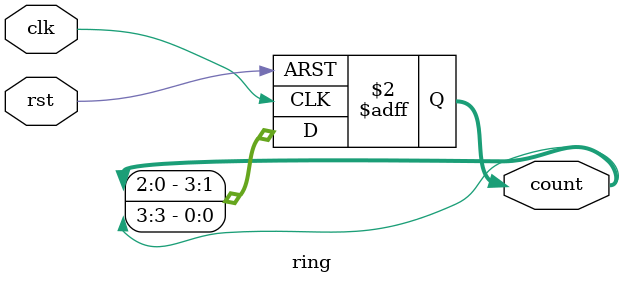
<source format=v>
`timescale 1ns / 1ps
module ring(clk,rst,count);
input clk;
input rst;
output reg [3:0]count;
always@(posedge clk or posedge rst)
begin
if(rst)
begin count<=4'b0001;
end
else
begin count<={count[2:0],count[3]};
end
end
endmodule

</source>
